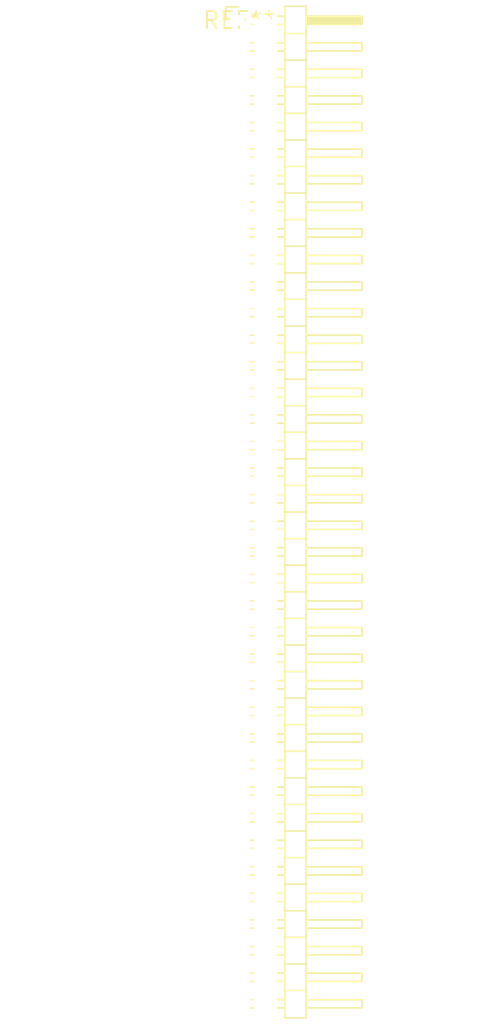
<source format=kicad_pcb>
(kicad_pcb (version 20240108) (generator pcbnew)
  (layers (0 "F.Cu" signal) (31 "B.Cu" signal) (34 "B.Paste" user) (35 "F.Paste" user) (36 "B.SilkS" user "B.Silkscreen") (37 "F.SilkS" user "F.Silkscreen") (38 "B.Mask" user) (39 "F.Mask" user) (44 "Edge.Cuts" user))
  (net 0 "")
  (footprint "PinHeader_2x38_P2.00mm_Horizontal" (layer "F.Cu") (at 0 0)
    (property "Reference" "REF**")
    (property "Value" "PinHeader_2x38_P2.00mm_Horizontal")
    (fp_line (start -1 -1) (end 0 -1) (layer "F.SilkS") (stroke (width 0.12)))
    (fp_line (start -1 0) (end -1 -1) (layer "F.SilkS") (stroke (width 0.12)))
    (fp_line (start 0.882114 1.69) (end 1.117886 1.69) (layer "F.SilkS") (stroke (width 0.12)))
    (fp_line (start 0.882114 2.31) (end 1.117886 2.31) (layer "F.SilkS") (stroke (width 0.12)))
    (fp_line (start 0.882114 3.69) (end 1.117886 3.69) (layer "F.SilkS") (stroke (width 0.12)))
    (fp_line (start 0.882114 4.31) (end 1.117886 4.31) (layer "F.SilkS") (stroke (width 0.12)))
    (fp_line (start 0.882114 5.69) (end 1.117886 5.69) (layer "F.SilkS") (stroke (width 0.12)))
    (fp_line (start 0.882114 6.31) (end 1.117886 6.31) (layer "F.SilkS") (stroke (width 0.12)))
    (fp_line (start 0.882114 7.69) (end 1.117886 7.69) (layer "F.SilkS") (stroke (width 0.12)))
    (fp_line (start 0.882114 8.31) (end 1.117886 8.31) (layer "F.SilkS") (stroke (width 0.12)))
    (fp_line (start 0.882114 9.69) (end 1.117886 9.69) (layer "F.SilkS") (stroke (width 0.12)))
    (fp_line (start 0.882114 10.31) (end 1.117886 10.31) (layer "F.SilkS") (stroke (width 0.12)))
    (fp_line (start 0.882114 11.69) (end 1.117886 11.69) (layer "F.SilkS") (stroke (width 0.12)))
    (fp_line (start 0.882114 12.31) (end 1.117886 12.31) (layer "F.SilkS") (stroke (width 0.12)))
    (fp_line (start 0.882114 13.69) (end 1.117886 13.69) (layer "F.SilkS") (stroke (width 0.12)))
    (fp_line (start 0.882114 14.31) (end 1.117886 14.31) (layer "F.SilkS") (stroke (width 0.12)))
    (fp_line (start 0.882114 15.69) (end 1.117886 15.69) (layer "F.SilkS") (stroke (width 0.12)))
    (fp_line (start 0.882114 16.31) (end 1.117886 16.31) (layer "F.SilkS") (stroke (width 0.12)))
    (fp_line (start 0.882114 17.69) (end 1.117886 17.69) (layer "F.SilkS") (stroke (width 0.12)))
    (fp_line (start 0.882114 18.31) (end 1.117886 18.31) (layer "F.SilkS") (stroke (width 0.12)))
    (fp_line (start 0.882114 19.69) (end 1.117886 19.69) (layer "F.SilkS") (stroke (width 0.12)))
    (fp_line (start 0.882114 20.31) (end 1.117886 20.31) (layer "F.SilkS") (stroke (width 0.12)))
    (fp_line (start 0.882114 21.69) (end 1.117886 21.69) (layer "F.SilkS") (stroke (width 0.12)))
    (fp_line (start 0.882114 22.31) (end 1.117886 22.31) (layer "F.SilkS") (stroke (width 0.12)))
    (fp_line (start 0.882114 23.69) (end 1.117886 23.69) (layer "F.SilkS") (stroke (width 0.12)))
    (fp_line (start 0.882114 24.31) (end 1.117886 24.31) (layer "F.SilkS") (stroke (width 0.12)))
    (fp_line (start 0.882114 25.69) (end 1.117886 25.69) (layer "F.SilkS") (stroke (width 0.12)))
    (fp_line (start 0.882114 26.31) (end 1.117886 26.31) (layer "F.SilkS") (stroke (width 0.12)))
    (fp_line (start 0.882114 27.69) (end 1.117886 27.69) (layer "F.SilkS") (stroke (width 0.12)))
    (fp_line (start 0.882114 28.31) (end 1.117886 28.31) (layer "F.SilkS") (stroke (width 0.12)))
    (fp_line (start 0.882114 29.69) (end 1.117886 29.69) (layer "F.SilkS") (stroke (width 0.12)))
    (fp_line (start 0.882114 30.31) (end 1.117886 30.31) (layer "F.SilkS") (stroke (width 0.12)))
    (fp_line (start 0.882114 31.69) (end 1.117886 31.69) (layer "F.SilkS") (stroke (width 0.12)))
    (fp_line (start 0.882114 32.31) (end 1.117886 32.31) (layer "F.SilkS") (stroke (width 0.12)))
    (fp_line (start 0.882114 33.69) (end 1.117886 33.69) (layer "F.SilkS") (stroke (width 0.12)))
    (fp_line (start 0.882114 34.31) (end 1.117886 34.31) (layer "F.SilkS") (stroke (width 0.12)))
    (fp_line (start 0.882114 35.69) (end 1.117886 35.69) (layer "F.SilkS") (stroke (width 0.12)))
    (fp_line (start 0.882114 36.31) (end 1.117886 36.31) (layer "F.SilkS") (stroke (width 0.12)))
    (fp_line (start 0.882114 37.69) (end 1.117886 37.69) (layer "F.SilkS") (stroke (width 0.12)))
    (fp_line (start 0.882114 38.31) (end 1.117886 38.31) (layer "F.SilkS") (stroke (width 0.12)))
    (fp_line (start 0.882114 39.69) (end 1.117886 39.69) (layer "F.SilkS") (stroke (width 0.12)))
    (fp_line (start 0.882114 40.31) (end 1.117886 40.31) (layer "F.SilkS") (stroke (width 0.12)))
    (fp_line (start 0.882114 41.69) (end 1.117886 41.69) (layer "F.SilkS") (stroke (width 0.12)))
    (fp_line (start 0.882114 42.31) (end 1.117886 42.31) (layer "F.SilkS") (stroke (width 0.12)))
    (fp_line (start 0.882114 43.69) (end 1.117886 43.69) (layer "F.SilkS") (stroke (width 0.12)))
    (fp_line (start 0.882114 44.31) (end 1.117886 44.31) (layer "F.SilkS") (stroke (width 0.12)))
    (fp_line (start 0.882114 45.69) (end 1.117886 45.69) (layer "F.SilkS") (stroke (width 0.12)))
    (fp_line (start 0.882114 46.31) (end 1.117886 46.31) (layer "F.SilkS") (stroke (width 0.12)))
    (fp_line (start 0.882114 47.69) (end 1.117886 47.69) (layer "F.SilkS") (stroke (width 0.12)))
    (fp_line (start 0.882114 48.31) (end 1.117886 48.31) (layer "F.SilkS") (stroke (width 0.12)))
    (fp_line (start 0.882114 49.69) (end 1.117886 49.69) (layer "F.SilkS") (stroke (width 0.12)))
    (fp_line (start 0.882114 50.31) (end 1.117886 50.31) (layer "F.SilkS") (stroke (width 0.12)))
    (fp_line (start 0.882114 51.69) (end 1.117886 51.69) (layer "F.SilkS") (stroke (width 0.12)))
    (fp_line (start 0.882114 52.31) (end 1.117886 52.31) (layer "F.SilkS") (stroke (width 0.12)))
    (fp_line (start 0.882114 53.69) (end 1.117886 53.69) (layer "F.SilkS") (stroke (width 0.12)))
    (fp_line (start 0.882114 54.31) (end 1.117886 54.31) (layer "F.SilkS") (stroke (width 0.12)))
    (fp_line (start 0.882114 55.69) (end 1.117886 55.69) (layer "F.SilkS") (stroke (width 0.12)))
    (fp_line (start 0.882114 56.31) (end 1.117886 56.31) (layer "F.SilkS") (stroke (width 0.12)))
    (fp_line (start 0.882114 57.69) (end 1.117886 57.69) (layer "F.SilkS") (stroke (width 0.12)))
    (fp_line (start 0.882114 58.31) (end 1.117886 58.31) (layer "F.SilkS") (stroke (width 0.12)))
    (fp_line (start 0.882114 59.69) (end 1.117886 59.69) (layer "F.SilkS") (stroke (width 0.12)))
    (fp_line (start 0.882114 60.31) (end 1.117886 60.31) (layer "F.SilkS") (stroke (width 0.12)))
    (fp_line (start 0.882114 61.69) (end 1.117886 61.69) (layer "F.SilkS") (stroke (width 0.12)))
    (fp_line (start 0.882114 62.31) (end 1.117886 62.31) (layer "F.SilkS") (stroke (width 0.12)))
    (fp_line (start 0.882114 63.69) (end 1.117886 63.69) (layer "F.SilkS") (stroke (width 0.12)))
    (fp_line (start 0.882114 64.31) (end 1.117886 64.31) (layer "F.SilkS") (stroke (width 0.12)))
    (fp_line (start 0.882114 65.69) (end 1.117886 65.69) (layer "F.SilkS") (stroke (width 0.12)))
    (fp_line (start 0.882114 66.31) (end 1.117886 66.31) (layer "F.SilkS") (stroke (width 0.12)))
    (fp_line (start 0.882114 67.69) (end 1.117886 67.69) (layer "F.SilkS") (stroke (width 0.12)))
    (fp_line (start 0.882114 68.31) (end 1.117886 68.31) (layer "F.SilkS") (stroke (width 0.12)))
    (fp_line (start 0.882114 69.69) (end 1.117886 69.69) (layer "F.SilkS") (stroke (width 0.12)))
    (fp_line (start 0.882114 70.31) (end 1.117886 70.31) (layer "F.SilkS") (stroke (width 0.12)))
    (fp_line (start 0.882114 71.69) (end 1.117886 71.69) (layer "F.SilkS") (stroke (width 0.12)))
    (fp_line (start 0.882114 72.31) (end 1.117886 72.31) (layer "F.SilkS") (stroke (width 0.12)))
    (fp_line (start 0.882114 73.69) (end 1.117886 73.69) (layer "F.SilkS") (stroke (width 0.12)))
    (fp_line (start 0.882114 74.31) (end 1.117886 74.31) (layer "F.SilkS") (stroke (width 0.12)))
    (fp_line (start 0.935 -0.31) (end 1.117886 -0.31) (layer "F.SilkS") (stroke (width 0.12)))
    (fp_line (start 0.935 0.31) (end 1.117886 0.31) (layer "F.SilkS") (stroke (width 0.12)))
    (fp_line (start 2.882114 -0.31) (end 3.44 -0.31) (layer "F.SilkS") (stroke (width 0.12)))
    (fp_line (start 2.882114 0.31) (end 3.44 0.31) (layer "F.SilkS") (stroke (width 0.12)))
    (fp_line (start 2.882114 1.69) (end 3.44 1.69) (layer "F.SilkS") (stroke (width 0.12)))
    (fp_line (start 2.882114 2.31) (end 3.44 2.31) (layer "F.SilkS") (stroke (width 0.12)))
    (fp_line (start 2.882114 3.69) (end 3.44 3.69) (layer "F.SilkS") (stroke (width 0.12)))
    (fp_line (start 2.882114 4.31) (end 3.44 4.31) (layer "F.SilkS") (stroke (width 0.12)))
    (fp_line (start 2.882114 5.69) (end 3.44 5.69) (layer "F.SilkS") (stroke (width 0.12)))
    (fp_line (start 2.882114 6.31) (end 3.44 6.31) (layer "F.SilkS") (stroke (width 0.12)))
    (fp_line (start 2.882114 7.69) (end 3.44 7.69) (layer "F.SilkS") (stroke (width 0.12)))
    (fp_line (start 2.882114 8.31) (end 3.44 8.31) (layer "F.SilkS") (stroke (width 0.12)))
    (fp_line (start 2.882114 9.69) (end 3.44 9.69) (layer "F.SilkS") (stroke (width 0.12)))
    (fp_line (start 2.882114 10.31) (end 3.44 10.31) (layer "F.SilkS") (stroke (width 0.12)))
    (fp_line (start 2.882114 11.69) (end 3.44 11.69) (layer "F.SilkS") (stroke (width 0.12)))
    (fp_line (start 2.882114 12.31) (end 3.44 12.31) (layer "F.SilkS") (stroke (width 0.12)))
    (fp_line (start 2.882114 13.69) (end 3.44 13.69) (layer "F.SilkS") (stroke (width 0.12)))
    (fp_line (start 2.882114 14.31) (end 3.44 14.31) (layer "F.SilkS") (stroke (width 0.12)))
    (fp_line (start 2.882114 15.69) (end 3.44 15.69) (layer "F.SilkS") (stroke (width 0.12)))
    (fp_line (start 2.882114 16.31) (end 3.44 16.31) (layer "F.SilkS") (stroke (width 0.12)))
    (fp_line (start 2.882114 17.69) (end 3.44 17.69) (layer "F.SilkS") (stroke (width 0.12)))
    (fp_line (start 2.882114 18.31) (end 3.44 18.31) (layer "F.SilkS") (stroke (width 0.12)))
    (fp_line (start 2.882114 19.69) (end 3.44 19.69) (layer "F.SilkS") (stroke (width 0.12)))
    (fp_line (start 2.882114 20.31) (end 3.44 20.31) (layer "F.SilkS") (stroke (width 0.12)))
    (fp_line (start 2.882114 21.69) (end 3.44 21.69) (layer "F.SilkS") (stroke (width 0.12)))
    (fp_line (start 2.882114 22.31) (end 3.44 22.31) (layer "F.SilkS") (stroke (width 0.12)))
    (fp_line (start 2.882114 23.69) (end 3.44 23.69) (layer "F.SilkS") (stroke (width 0.12)))
    (fp_line (start 2.882114 24.31) (end 3.44 24.31) (layer "F.SilkS") (stroke (width 0.12)))
    (fp_line (start 2.882114 25.69) (end 3.44 25.69) (layer "F.SilkS") (stroke (width 0.12)))
    (fp_line (start 2.882114 26.31) (end 3.44 26.31) (layer "F.SilkS") (stroke (width 0.12)))
    (fp_line (start 2.882114 27.69) (end 3.44 27.69) (layer "F.SilkS") (stroke (width 0.12)))
    (fp_line (start 2.882114 28.31) (end 3.44 28.31) (layer "F.SilkS") (stroke (width 0.12)))
    (fp_line (start 2.882114 29.69) (end 3.44 29.69) (layer "F.SilkS") (stroke (width 0.12)))
    (fp_line (start 2.882114 30.31) (end 3.44 30.31) (layer "F.SilkS") (stroke (width 0.12)))
    (fp_line (start 2.882114 31.69) (end 3.44 31.69) (layer "F.SilkS") (stroke (width 0.12)))
    (fp_line (start 2.882114 32.31) (end 3.44 32.31) (layer "F.SilkS") (stroke (width 0.12)))
    (fp_line (start 2.882114 33.69) (end 3.44 33.69) (layer "F.SilkS") (stroke (width 0.12)))
    (fp_line (start 2.882114 34.31) (end 3.44 34.31) (layer "F.SilkS") (stroke (width 0.12)))
    (fp_line (start 2.882114 35.69) (end 3.44 35.69) (layer "F.SilkS") (stroke (width 0.12)))
    (fp_line (start 2.882114 36.31) (end 3.44 36.31) (layer "F.SilkS") (stroke (width 0.12)))
    (fp_line (start 2.882114 37.69) (end 3.44 37.69) (layer "F.SilkS") (stroke (width 0.12)))
    (fp_line (start 2.882114 38.31) (end 3.44 38.31) (layer "F.SilkS") (stroke (width 0.12)))
    (fp_line (start 2.882114 39.69) (end 3.44 39.69) (layer "F.SilkS") (stroke (width 0.12)))
    (fp_line (start 2.882114 40.31) (end 3.44 40.31) (layer "F.SilkS") (stroke (width 0.12)))
    (fp_line (start 2.882114 41.69) (end 3.44 41.69) (layer "F.SilkS") (stroke (width 0.12)))
    (fp_line (start 2.882114 42.31) (end 3.44 42.31) (layer "F.SilkS") (stroke (width 0.12)))
    (fp_line (start 2.882114 43.69) (end 3.44 43.69) (layer "F.SilkS") (stroke (width 0.12)))
    (fp_line (start 2.882114 44.31) (end 3.44 44.31) (layer "F.SilkS") (stroke (width 0.12)))
    (fp_line (start 2.882114 45.69) (end 3.44 45.69) (layer "F.SilkS") (stroke (width 0.12)))
    (fp_line (start 2.882114 46.31) (end 3.44 46.31) (layer "F.SilkS") (stroke (width 0.12)))
    (fp_line (start 2.882114 47.69) (end 3.44 47.69) (layer "F.SilkS") (stroke (width 0.12)))
    (fp_line (start 2.882114 48.31) (end 3.44 48.31) (layer "F.SilkS") (stroke (width 0.12)))
    (fp_line (start 2.882114 49.69) (end 3.44 49.69) (layer "F.SilkS") (stroke (width 0.12)))
    (fp_line (start 2.882114 50.31) (end 3.44 50.31) (layer "F.SilkS") (stroke (width 0.12)))
    (fp_line (start 2.882114 51.69) (end 3.44 51.69) (layer "F.SilkS") (stroke (width 0.12)))
    (fp_line (start 2.882114 52.31) (end 3.44 52.31) (layer "F.SilkS") (stroke (width 0.12)))
    (fp_line (start 2.882114 53.69) (end 3.44 53.69) (layer "F.SilkS") (stroke (width 0.12)))
    (fp_line (start 2.882114 54.31) (end 3.44 54.31) (layer "F.SilkS") (stroke (width 0.12)))
    (fp_line (start 2.882114 55.69) (end 3.44 55.69) (layer "F.SilkS") (stroke (width 0.12)))
    (fp_line (start 2.882114 56.31) (end 3.44 56.31) (layer "F.SilkS") (stroke (width 0.12)))
    (fp_line (start 2.882114 57.69) (end 3.44 57.69) (layer "F.SilkS") (stroke (width 0.12)))
    (fp_line (start 2.882114 58.31) (end 3.44 58.31) (layer "F.SilkS") (stroke (width 0.12)))
    (fp_line (start 2.882114 59.69) (end 3.44 59.69) (layer "F.SilkS") (stroke (width 0.12)))
    (fp_line (start 2.882114 60.31) (end 3.44 60.31) (layer "F.SilkS") (stroke (width 0.12)))
    (fp_line (start 2.882114 61.69) (end 3.44 61.69) (layer "F.SilkS") (stroke (width 0.12)))
    (fp_line (start 2.882114 62.31) (end 3.44 62.31) (layer "F.SilkS") (stroke (width 0.12)))
    (fp_line (start 2.882114 63.69) (end 3.44 63.69) (layer "F.SilkS") (stroke (width 0.12)))
    (fp_line (start 2.882114 64.31) (end 3.44 64.31) (layer "F.SilkS") (stroke (width 0.12)))
    (fp_line (start 2.882114 65.69) (end 3.44 65.69) (layer "F.SilkS") (stroke (width 0.12)))
    (fp_line (start 2.882114 66.31) (end 3.44 66.31) (layer "F.SilkS") (stroke (width 0.12)))
    (fp_line (start 2.882114 67.69) (end 3.44 67.69) (layer "F.SilkS") (stroke (width 0.12)))
    (fp_line (start 2.882114 68.31) (end 3.44 68.31) (layer "F.SilkS") (stroke (width 0.12)))
    (fp_line (start 2.882114 69.69) (end 3.44 69.69) (layer "F.SilkS") (stroke (width 0.12)))
    (fp_line (start 2.882114 70.31) (end 3.44 70.31) (layer "F.SilkS") (stroke (width 0.12)))
    (fp_line (start 2.882114 71.69) (end 3.44 71.69) (layer "F.SilkS") (stroke (width 0.12)))
    (fp_line (start 2.882114 72.31) (end 3.44 72.31) (layer "F.SilkS") (stroke (width 0.12)))
    (fp_line (start 2.882114 73.69) (end 3.44 73.69) (layer "F.SilkS") (stroke (width 0.12)))
    (fp_line (start 2.882114 74.31) (end 3.44 74.31) (layer "F.SilkS") (stroke (width 0.12)))
    (fp_line (start 3.44 -1.06) (end 3.44 75.06) (layer "F.SilkS") (stroke (width 0.12)))
    (fp_line (start 3.44 1) (end 5.06 1) (layer "F.SilkS") (stroke (width 0.12)))
    (fp_line (start 3.44 3) (end 5.06 3) (layer "F.SilkS") (stroke (width 0.12)))
    (fp_line (start 3.44 5) (end 5.06 5) (layer "F.SilkS") (stroke (width 0.12)))
    (fp_line (start 3.44 7) (end 5.06 7) (layer "F.SilkS") (stroke (width 0.12)))
    (fp_line (start 3.44 9) (end 5.06 9) (layer "F.SilkS") (stroke (width 0.12)))
    (fp_line (start 3.44 11) (end 5.06 11) (layer "F.SilkS") (stroke (width 0.12)))
    (fp_line (start 3.44 13) (end 5.06 13) (layer "F.SilkS") (stroke (width 0.12)))
    (fp_line (start 3.44 15) (end 5.06 15) (layer "F.SilkS") (stroke (width 0.12)))
    (fp_line (start 3.44 17) (end 5.06 17) (layer "F.SilkS") (stroke (width 0.12)))
    (fp_line (start 3.44 19) (end 5.06 19) (layer "F.SilkS") (stroke (width 0.12)))
    (fp_line (start 3.44 21) (end 5.06 21) (layer "F.SilkS") (stroke (width 0.12)))
    (fp_line (start 3.44 23) (end 5.06 23) (layer "F.SilkS") (stroke (width 0.12)))
    (fp_line (start 3.44 25) (end 5.06 25) (layer "F.SilkS") (stroke (width 0.12)))
    (fp_line (start 3.44 27) (end 5.06 27) (layer "F.SilkS") (stroke (width 0.12)))
    (fp_line (start 3.44 29) (end 5.06 29) (layer "F.SilkS") (stroke (width 0.12)))
    (fp_line (start 3.44 31) (end 5.06 31) (layer "F.SilkS") (stroke (width 0.12)))
    (fp_line (start 3.44 33) (end 5.06 33) (layer "F.SilkS") (stroke (width 0.12)))
    (fp_line (start 3.44 35) (end 5.06 35) (layer "F.SilkS") (stroke (width 0.12)))
    (fp_line (start 3.44 37) (end 5.06 37) (layer "F.SilkS") (stroke (width 0.12)))
    (fp_line (start 3.44 39) (end 5.06 39) (layer "F.SilkS") (stroke (width 0.12)))
    (fp_line (start 3.44 41) (end 5.06 41) (layer "F.SilkS") (stroke (width 0.12)))
    (fp_line (start 3.44 43) (end 5.06 43) (layer "F.SilkS") (stroke (width 0.12)))
    (fp_line (start 3.44 45) (end 5.06 45) (layer "F.SilkS") (stroke (width 0.12)))
    (fp_line (start 3.44 47) (end 5.06 47) (layer "F.SilkS") (stroke (width 0.12)))
    (fp_line (start 3.44 49) (end 5.06 49) (layer "F.SilkS") (stroke (width 0.12)))
    (fp_line (start 3.44 51) (end 5.06 51) (layer "F.SilkS") (stroke (width 0.12)))
    (fp_line (start 3.44 53) (end 5.06 53) (layer "F.SilkS") (stroke (width 0.12)))
    (fp_line (start 3.44 55) (end 5.06 55) (layer "F.SilkS") (stroke (width 0.12)))
    (fp_line (start 3.44 57) (end 5.06 57) (layer "F.SilkS") (stroke (width 0.12)))
    (fp_line (start 3.44 59) (end 5.06 59) (layer "F.SilkS") (stroke (width 0.12)))
    (fp_line (start 3.44 61) (end 5.06 61) (layer "F.SilkS") (stroke (width 0.12)))
    (fp_line (start 3.44 63) (end 5.06 63) (layer "F.SilkS") (stroke (width 0.12)))
    (fp_line (start 3.44 65) (end 5.06 65) (layer "F.SilkS") (stroke (width 0.12)))
    (fp_line (start 3.44 67) (end 5.06 67) (layer "F.SilkS") (stroke (width 0.12)))
    (fp_line (start 3.44 69) (end 5.06 69) (layer "F.SilkS") (stroke (width 0.12)))
    (fp_line (start 3.44 71) (end 5.06 71) (layer "F.SilkS") (stroke (width 0.12)))
    (fp_line (start 3.44 73) (end 5.06 73) (layer "F.SilkS") (stroke (width 0.12)))
    (fp_line (start 3.44 75.06) (end 5.06 75.06) (layer "F.SilkS") (stroke (width 0.12)))
    (fp_line (start 5.06 -1.06) (end 3.44 -1.06) (layer "F.SilkS") (stroke (width 0.12)))
    (fp_line (start 5.06 -0.31) (end 9.26 -0.31) (layer "F.SilkS") (stroke (width 0.12)))
    (fp_line (start 5.06 -0.25) (end 9.26 -0.25) (layer "F.SilkS") (stroke (width 0.12)))
    (fp_line (start 5.06 -0.13) (end 9.26 -0.13) (layer "F.SilkS") (stroke (width 0.12)))
    (fp_line (start 5.06 -0.01) (end 9.26 -0.01) (layer "F.SilkS") (stroke (width 0.12)))
    (fp_line (start 5.06 0.11) (end 9.26 0.11) (layer "F.SilkS") (stroke (width 0.12)))
    (fp_line (start 5.06 0.23) (end 9.26 0.23) (layer "F.SilkS") (stroke (width 0.12)))
    (fp_line (start 5.06 1.69) (end 9.26 1.69) (layer "F.SilkS") (stroke (width 0.12)))
    (fp_line (start 5.06 3.69) (end 9.26 3.69) (layer "F.SilkS") (stroke (width 0.12)))
    (fp_line (start 5.06 5.69) (end 9.26 5.69) (layer "F.SilkS") (stroke (width 0.12)))
    (fp_line (start 5.06 7.69) (end 9.26 7.69) (layer "F.SilkS") (stroke (width 0.12)))
    (fp_line (start 5.06 9.69) (end 9.26 9.69) (layer "F.SilkS") (stroke (width 0.12)))
    (fp_line (start 5.06 11.69) (end 9.26 11.69) (layer "F.SilkS") (stroke (width 0.12)))
    (fp_line (start 5.06 13.69) (end 9.26 13.69) (layer "F.SilkS") (stroke (width 0.12)))
    (fp_line (start 5.06 15.69) (end 9.26 15.69) (layer "F.SilkS") (stroke (width 0.12)))
    (fp_line (start 5.06 17.69) (end 9.26 17.69) (layer "F.SilkS") (stroke (width 0.12)))
    (fp_line (start 5.06 19.69) (end 9.26 19.69) (layer "F.SilkS") (stroke (width 0.12)))
    (fp_line (start 5.06 21.69) (end 9.26 21.69) (layer "F.SilkS") (stroke (width 0.12)))
    (fp_line (start 5.06 23.69) (end 9.26 23.69) (layer "F.SilkS") (stroke (width 0.12)))
    (fp_line (start 5.06 25.69) (end 9.26 25.69) (layer "F.SilkS") (stroke (width 0.12)))
    (fp_line (start 5.06 27.69) (end 9.26 27.69) (layer "F.SilkS") (stroke (width 0.12)))
    (fp_line (start 5.06 29.69) (end 9.26 29.69) (layer "F.SilkS") (stroke (width 0.12)))
    (fp_line (start 5.06 31.69) (end 9.26 31.69) (layer "F.SilkS") (stroke (width 0.12)))
    (fp_line (start 5.06 33.69) (end 9.26 33.69) (layer "F.SilkS") (stroke (width 0.12)))
    (fp_line (start 5.06 35.69) (end 9.26 35.69) (layer "F.SilkS") (stroke (width 0.12)))
    (fp_line (start 5.06 37.69) (end 9.26 37.69) (layer "F.SilkS") (stroke (width 0.12)))
    (fp_line (start 5.06 39.69) (end 9.26 39.69) (layer "F.SilkS") (stroke (width 0.12)))
    (fp_line (start 5.06 41.69) (end 9.26 41.69) (layer "F.SilkS") (stroke (width 0.12)))
    (fp_line (start 5.06 43.69) (end 9.26 43.69) (layer "F.SilkS") (stroke (width 0.12)))
    (fp_line (start 5.06 45.69) (end 9.26 45.69) (layer "F.SilkS") (stroke (width 0.12)))
    (fp_line (start 5.06 47.69) (end 9.26 47.69) (layer "F.SilkS") (stroke (width 0.12)))
    (fp_line (start 5.06 49.69) (end 9.26 49.69) (layer "F.SilkS") (stroke (width 0.12)))
    (fp_line (start 5.06 51.69) (end 9.26 51.69) (layer "F.SilkS") (stroke (width 0.12)))
    (fp_line (start 5.06 53.69) (end 9.26 53.69) (layer "F.SilkS") (stroke (width 0.12)))
    (fp_line (start 5.06 55.69) (end 9.26 55.69) (layer "F.SilkS") (stroke (width 0.12)))
    (fp_line (start 5.06 57.69) (end 9.26 57.69) (layer "F.SilkS") (stroke (width 0.12)))
    (fp_line (start 5.06 59.69) (end 9.26 59.69) (layer "F.SilkS") (stroke (width 0.12)))
    (fp_line (start 5.06 61.69) (end 9.26 61.69) (layer "F.SilkS") (stroke (width 0.12)))
    (fp_line (start 5.06 63.69) (end 9.26 63.69) (layer "F.SilkS") (stroke (width 0.12)))
    (fp_line (start 5.06 65.69) (end 9.26 65.69) (layer "F.SilkS") (stroke (width 0.12)))
    (fp_line (start 5.06 67.69) (end 9.26 67.69) (layer "F.SilkS") (stroke (width 0.12)))
    (fp_line (start 5.06 69.69) (end 9.26 69.69) (layer "F.SilkS") (stroke (width 0.12)))
    (fp_line (start 5.06 71.69) (end 9.26 71.69) (layer "F.SilkS") (stroke (width 0.12)))
    (fp_line (start 5.06 73.69) (end 9.26 73.69) (layer "F.SilkS") (stroke (width 0.12)))
    (fp_line (start 5.06 75.06) (end 5.06 -1.06) (layer "F.SilkS") (stroke (width 0.12)))
    (fp_line (start 9.26 -0.31) (end 9.26 0.31) (layer "F.SilkS") (stroke (width 0.12)))
    (fp_line (start 9.26 0.31) (end 5.06 0.31) (layer "F.SilkS") (stroke (width 0.12)))
    (fp_line (start 9.26 1.69) (end 9.26 2.31) (layer "F.SilkS") (stroke (width 0.12)))
    (fp_line (start 9.26 2.31) (end 5.06 2.31) (layer "F.SilkS") (stroke (width 0.12)))
    (fp_line (start 9.26 3.69) (end 9.26 4.31) (layer "F.SilkS") (stroke (width 0.12)))
    (fp_line (start 9.26 4.31) (end 5.06 4.31) (layer "F.SilkS") (stroke (width 0.12)))
    (fp_line (start 9.26 5.69) (end 9.26 6.31) (layer "F.SilkS") (stroke (width 0.12)))
    (fp_line (start 9.26 6.31) (end 5.06 6.31) (layer "F.SilkS") (stroke (width 0.12)))
    (fp_line (start 9.26 7.69) (end 9.26 8.31) (layer "F.SilkS") (stroke (width 0.12)))
    (fp_line (start 9.26 8.31) (end 5.06 8.31) (layer "F.SilkS") (stroke (width 0.12)))
    (fp_line (start 9.26 9.69) (end 9.26 10.31) (layer "F.SilkS") (stroke (width 0.12)))
    (fp_line (start 9.26 10.31) (end 5.06 10.31) (layer "F.SilkS") (stroke (width 0.12)))
    (fp_line (start 9.26 11.69) (end 9.26 12.31) (layer "F.SilkS") (stroke (width 0.12)))
    (fp_line (start 9.26 12.31) (end 5.06 12.31) (layer "F.SilkS") (stroke (width 0.12)))
    (fp_line (start 9.26 13.69) (end 9.26 14.31) (layer "F.SilkS") (stroke (width 0.12)))
    (fp_line (start 9.26 14.31) (end 5.06 14.31) (layer "F.SilkS") (stroke (width 0.12)))
    (fp_line (start 9.26 15.69) (end 9.26 16.31) (layer "F.SilkS") (stroke (width 0.12)))
    (fp_line (start 9.26 16.31) (end 5.06 16.31) (layer "F.SilkS") (stroke (width 0.12)))
    (fp_line (start 9.26 17.69) (end 9.26 18.31) (layer "F.SilkS") (stroke (width 0.12)))
    (fp_line (start 9.26 18.31) (end 5.06 18.31) (layer "F.SilkS") (stroke (width 0.12)))
    (fp_line (start 9.26 19.69) (end 9.26 20.31) (layer "F.SilkS") (stroke (width 0.12)))
    (fp_line (start 9.26 20.31) (end 5.06 20.31) (layer "F.SilkS") (stroke (width 0.12)))
    (fp_line (start 9.26 21.69) (end 9.26 22.31) (layer "F.SilkS") (stroke (width 0.12)))
    (fp_line (start 9.26 22.31) (end 5.06 22.31) (layer "F.SilkS") (stroke (width 0.12)))
    (fp_line (start 9.26 23.69) (end 9.26 24.31) (layer "F.SilkS") (stroke (width 0.12)))
    (fp_line (start 9.26 24.31) (end 5.06 24.31) (layer "F.SilkS") (stroke (width 0.12)))
    (fp_line (start 9.26 25.69) (end 9.26 26.31) (layer "F.SilkS") (stroke (width 0.12)))
    (fp_line (start 9.26 26.31) (end 5.06 26.31) (layer "F.SilkS") (stroke (width 0.12)))
    (fp_line (start 9.26 27.69) (end 9.26 28.31) (layer "F.SilkS") (stroke (width 0.12)))
    (fp_line (start 9.26 28.31) (end 5.06 28.31) (layer "F.SilkS") (stroke (width 0.12)))
    (fp_line (start 9.26 29.69) (end 9.26 30.31) (layer "F.SilkS") (stroke (width 0.12)))
    (fp_line (start 9.26 30.31) (end 5.06 30.31) (layer "F.SilkS") (stroke (width 0.12)))
    (fp_line (start 9.26 31.69) (end 9.26 32.31) (layer "F.SilkS") (stroke (width 0.12)))
    (fp_line (start 9.26 32.31) (end 5.06 32.31) (layer "F.SilkS") (stroke (width 0.12)))
    (fp_line (start 9.26 33.69) (end 9.26 34.31) (layer "F.SilkS") (stroke (width 0.12)))
    (fp_line (start 9.26 34.31) (end 5.06 34.31) (layer "F.SilkS") (stroke (width 0.12)))
    (fp_line (start 9.26 35.69) (end 9.26 36.31) (layer "F.SilkS") (stroke (width 0.12)))
    (fp_line (start 9.26 36.31) (end 5.06 36.31) (layer "F.SilkS") (stroke (width 0.12)))
    (fp_line (start 9.26 37.69) (end 9.26 38.31) (layer "F.SilkS") (stroke (width 0.12)))
    (fp_line (start 9.26 38.31) (end 5.06 38.31) (layer "F.SilkS") (stroke (width 0.12)))
    (fp_line (start 9.26 39.69) (end 9.26 40.31) (layer "F.SilkS") (stroke (width 0.12)))
    (fp_line (start 9.26 40.31) (end 5.06 40.31) (layer "F.SilkS") (stroke (width 0.12)))
    (fp_line (start 9.26 41.69) (end 9.26 42.31) (layer "F.SilkS") (stroke (width 0.12)))
    (fp_line (start 9.26 42.31) (end 5.06 42.31) (layer "F.SilkS") (stroke (width 0.12)))
    (fp_line (start 9.26 43.69) (end 9.26 44.31) (layer "F.SilkS") (stroke (width 0.12)))
    (fp_line (start 9.26 44.31) (end 5.06 44.31) (layer "F.SilkS") (stroke (width 0.12)))
    (fp_line (start 9.26 45.69) (end 9.26 46.31) (layer "F.SilkS") (stroke (width 0.12)))
    (fp_line (start 9.26 46.31) (end 5.06 46.31) (layer "F.SilkS") (stroke (width 0.12)))
    (fp_line (start 9.26 47.69) (end 9.26 48.31) (layer "F.SilkS") (stroke (width 0.12)))
    (fp_line (start 9.26 48.31) (end 5.06 48.31) (layer "F.SilkS") (stroke (width 0.12)))
    (fp_line (start 9.26 49.69) (end 9.26 50.31) (layer "F.SilkS") (stroke (width 0.12)))
    (fp_line (start 9.26 50.31) (end 5.06 50.31) (layer "F.SilkS") (stroke (width 0.12)))
    (fp_line (start 9.26 51.69) (end 9.26 52.31) (layer "F.SilkS") (stroke (width 0.12)))
    (fp_line (start 9.26 52.31) (end 5.06 52.31) (layer "F.SilkS") (stroke (width 0.12)))
    (fp_line (start 9.26 53.69) (end 9.26 54.31) (layer "F.SilkS") (stroke (width 0.12)))
    (fp_line (start 9.26 54.31) (end 5.06 54.31) (layer "F.SilkS") (stroke (width 0.12)))
    (fp_line (start 9.26 55.69) (end 9.26 56.31) (layer "F.SilkS") (stroke (width 0.12)))
    (fp_line (start 9.26 56.31) (end 5.06 56.31) (layer "F.SilkS") (stroke (width 0.12)))
    (fp_line (start 9.26 57.69) (end 9.26 58.31) (layer "F.SilkS") (stroke (width 0.12)))
    (fp_line (start 9.26 58.31) (end 5.06 58.31) (layer "F.SilkS") (stroke (width 0.12)))
    (fp_line (start 9.26 59.69) (end 9.26 60.31) (layer "F.SilkS") (stroke (width 0.12)))
    (fp_line (start 9.26 60.31) (end 5.06 60.31) (layer "F.SilkS") (stroke (width 0.12)))
    (fp_line (start 9.26 61.69) (end 9.26 62.31) (layer "F.SilkS") (stroke (width 0.12)))
    (fp_line (start 9.26 62.31) (end 5.06 62.31) (layer "F.SilkS") (stroke (width 0.12)))
    (fp_line (start 9.26 63.69) (end 9.26 64.31) (layer "F.SilkS") (stroke (width 0.12)))
    (fp_line (start 9.26 64.31) (end 5.06 64.31) (layer "F.SilkS") (stroke (width 0.12)))
    (fp_line (start 9.26 65.69) (end 9.26 66.31) (layer "F.SilkS") (stroke (width 0.12)))
    (fp_line (start 9.26 66.31) (end 5.06 66.31) (layer "F.SilkS") (stroke (width 0.12)))
    (fp_line (start 9.26 67.69) (end 9.26 68.31) (layer "F.SilkS") (stroke (width 0.12)))
    (fp_line (start 9.26 68.31) (end 5.06 68.31) (layer "F.SilkS") (stroke (width 0.12)))
    (fp_line (start 9.26 69.69) (end 9.26 70.31) (layer "F.SilkS") (stroke (width 0.12)))
    (fp_line (start 9.26 70.31) (end 5.06 70.31) (layer "F.SilkS") (stroke (width 0.12)))
    (fp_line (start 9.26 71.69) (end 9.26 72.31) (layer "F.SilkS") (stroke (width 0.12)))
    (fp_line (start 9.26 72.31) (end 5.06 72.31) (layer "F.SilkS") (stroke (width 0.12)))
    (fp_line (start 9.26 73.69) (end 9.26 74.31) (layer "F.SilkS") (stroke (width 0.12)))
    (fp_line (start 9.26 74.31) (end 5.06 74.31) (layer "F.SilkS") (stroke (width 0.12)))
    (pad "1" thru_hole rect (at 0 0) (size 1.35 1.35) (drill 0.8) (layers *.Cu *.Mask) (remove_unused_layers))
    (pad "2" thru_hole oval (at 2 0) (size 1.35 1.35) (drill 0.8) (layers *.Cu *.Mask) (remove_unused_layers))
    (pad "3" thru_hole oval (at 0 2) (size 1.35 1.35) (drill 0.8) (layers *.Cu *.Mask) (remove_unused_layers))
    (pad "4" thru_hole oval (at 2 2) (size 1.35 1.35) (drill 0.8) (layers *.Cu *.Mask) (remove_unused_layers))
    (pad "5" thru_hole oval (at 0 4) (size 1.35 1.35) (drill 0.8) (layers *.Cu *.Mask) (remove_unused_layers))
    (pad "6" thru_hole oval (at 2 4) (size 1.35 1.35) (drill 0.8) (layers *.Cu *.Mask) (remove_unused_layers))
    (pad "7" thru_hole oval (at 0 6) (size 1.35 1.35) (drill 0.8) (layers *.Cu *.Mask) (remove_unused_layers))
    (pad "8" thru_hole oval (at 2 6) (size 1.35 1.35) (drill 0.8) (layers *.Cu *.Mask) (remove_unused_layers))
    (pad "9" thru_hole oval (at 0 8) (size 1.35 1.35) (drill 0.8) (layers *.Cu *.Mask) (remove_unused_layers))
    (pad "10" thru_hole oval (at 2 8) (size 1.35 1.35) (drill 0.8) (layers *.Cu *.Mask) (remove_unused_layers))
    (pad "11" thru_hole oval (at 0 10) (size 1.35 1.35) (drill 0.8) (layers *.Cu *.Mask) (remove_unused_layers))
    (pad "12" thru_hole oval (at 2 10) (size 1.35 1.35) (drill 0.8) (layers *.Cu *.Mask) (remove_unused_layers))
    (pad "13" thru_hole oval (at 0 12) (size 1.35 1.35) (drill 0.8) (layers *.Cu *.Mask) (remove_unused_layers))
    (pad "14" thru_hole oval (at 2 12) (size 1.35 1.35) (drill 0.8) (layers *.Cu *.Mask) (remove_unused_layers))
    (pad "15" thru_hole oval (at 0 14) (size 1.35 1.35) (drill 0.8) (layers *.Cu *.Mask) (remove_unused_layers))
    (pad "16" thru_hole oval (at 2 14) (size 1.35 1.35) (drill 0.8) (layers *.Cu *.Mask) (remove_unused_layers))
    (pad "17" thru_hole oval (at 0 16) (size 1.35 1.35) (drill 0.8) (layers *.Cu *.Mask) (remove_unused_layers))
    (pad "18" thru_hole oval (at 2 16) (size 1.35 1.35) (drill 0.8) (layers *.Cu *.Mask) (remove_unused_layers))
    (pad "19" thru_hole oval (at 0 18) (size 1.35 1.35) (drill 0.8) (layers *.Cu *.Mask) (remove_unused_layers))
    (pad "20" thru_hole oval (at 2 18) (size 1.35 1.35) (drill 0.8) (layers *.Cu *.Mask) (remove_unused_layers))
    (pad "21" thru_hole oval (at 0 20) (size 1.35 1.35) (drill 0.8) (layers *.Cu *.Mask) (remove_unused_layers))
    (pad "22" thru_hole oval (at 2 20) (size 1.35 1.35) (drill 0.8) (layers *.Cu *.Mask) (remove_unused_layers))
    (pad "23" thru_hole oval (at 0 22) (size 1.35 1.35) (drill 0.8) (layers *.Cu *.Mask) (remove_unused_layers))
    (pad "24" thru_hole oval (at 2 22) (size 1.35 1.35) (drill 0.8) (layers *.Cu *.Mask) (remove_unused_layers))
    (pad "25" thru_hole oval (at 0 24) (size 1.35 1.35) (drill 0.8) (layers *.Cu *.Mask) (remove_unused_layers))
    (pad "26" thru_hole oval (at 2 24) (size 1.35 1.35) (drill 0.8) (layers *.Cu *.Mask) (remove_unused_layers))
    (pad "27" thru_hole oval (at 0 26) (size 1.35 1.35) (drill 0.8) (layers *.Cu *.Mask) (remove_unused_layers))
    (pad "28" thru_hole oval (at 2 26) (size 1.35 1.35) (drill 0.8) (layers *.Cu *.Mask) (remove_unused_layers))
    (pad "29" thru_hole oval (at 0 28) (size 1.35 1.35) (drill 0.8) (layers *.Cu *.Mask) (remove_unused_layers))
    (pad "30" thru_hole oval (at 2 28) (size 1.35 1.35) (drill 0.8) (layers *.Cu *.Mask) (remove_unused_layers))
    (pad "31" thru_hole oval (at 0 30) (size 1.35 1.35) (drill 0.8) (layers *.Cu *.Mask) (remove_unused_layers))
    (pad "32" thru_hole oval (at 2 30) (size 1.35 1.35) (drill 0.8) (layers *.Cu *.Mask) (remove_unused_layers))
    (pad "33" thru_hole oval (at 0 32) (size 1.35 1.35) (drill 0.8) (layers *.Cu *.Mask) (remove_unused_layers))
    (pad "34" thru_hole oval (at 2 32) (size 1.35 1.35) (drill 0.8) (layers *.Cu *.Mask) (remove_unused_layers))
    (pad "35" thru_hole oval (at 0 34) (size 1.35 1.35) (drill 0.8) (layers *.Cu *.Mask) (remove_unused_layers))
    (pad "36" thru_hole oval (at 2 34) (size 1.35 1.35) (drill 0.8) (layers *.Cu *.Mask) (remove_unused_layers))
    (pad "37" thru_hole oval (at 0 36) (size 1.35 1.35) (drill 0.8) (layers *.Cu *.Mask) (remove_unused_layers))
    (pad "38" thru_hole oval (at 2 36) (size 1.35 1.35) (drill 0.8) (layers *.Cu *.Mask) (remove_unused_layers))
    (pad "39" thru_hole oval (at 0 38) (size 1.35 1.35) (drill 0.8) (layers *.Cu *.Mask) (remove_unused_layers))
    (pad "40" thru_hole oval (at 2 38) (size 1.35 1.35) (drill 0.8) (layers *.Cu *.Mask) (remove_unused_layers))
    (pad "41" thru_hole oval (at 0 40) (size 1.35 1.35) (drill 0.8) (layers *.Cu *.Mask) (remove_unused_layers))
    (pad "42" thru_hole oval (at 2 40) (size 1.35 1.35) (drill 0.8) (layers *.Cu *.Mask) (remove_unused_layers))
    (pad "43" thru_hole oval (at 0 42) (size 1.35 1.35) (drill 0.8) (layers *.Cu *.Mask) (remove_unused_layers))
    (pad "44" thru_hole oval (at 2 42) (size 1.35 1.35) (drill 0.8) (layers *.Cu *.Mask) (remove_unused_layers))
    (pad "45" thru_hole oval (at 0 44) (size 1.35 1.35) (drill 0.8) (layers *.Cu *.Mask) (remove_unused_layers))
    (pad "46" thru_hole oval (at 2 44) (size 1.35 1.35) (drill 0.8) (layers *.Cu *.Mask) (remove_unused_layers))
    (pad "47" thru_hole oval (at 0 46) (size 1.35 1.35) (drill 0.8) (layers *.Cu *.Mask) (remove_unused_layers))
    (pad "48" thru_hole oval (at 2 46) (size 1.35 1.35) (drill 0.8) (layers *.Cu *.Mask) (remove_unused_layers))
    (pad "49" thru_hole oval (at 0 48) (size 1.35 1.35) (drill 0.8) (layers *.Cu *.Mask) (remove_unused_layers))
    (pad "50" thru_hole oval (at 2 48) (size 1.35 1.35) (drill 0.8) (layers *.Cu *.Mask) (remove_unused_layers))
    (pad "51" thru_hole oval (at 0 50) (size 1.35 1.35) (drill 0.8) (layers *.Cu *.Mask) (remove_unused_layers))
    (pad "52" thru_hole oval (at 2 50) (size 1.35 1.35) (drill 0.8) (layers *.Cu *.Mask) (remove_unused_layers))
    (pad "53" thru_hole oval (at 0 52) (size 1.35 1.35) (drill 0.8) (layers *.Cu *.Mask) (remove_unused_layers))
    (pad "54" thru_hole oval (at 2 52) (size 1.35 1.35) (drill 0.8) (layers *.Cu *.Mask) (remove_unused_layers))
    (pad "55" thru_hole oval (at 0 54) (size 1.35 1.35) (drill 0.8) (layers *.Cu *.Mask) (remove_unused_layers))
    (pad "56" thru_hole oval (at 2 54) (size 1.35 1.35) (drill 0.8) (layers *.Cu *.Mask) (remove_unused_layers))
    (pad "57" thru_hole oval (at 0 56) (size 1.35 1.35) (drill 0.8) (layers *.Cu *.Mask) (remove_unused_layers))
    (pad "58" thru_hole oval (at 2 56) (size 1.35 1.35) (drill 0.8) (layers *.Cu *.Mask) (remove_unused_layers))
    (pad "59" thru_hole oval (at 0 58) (size 1.35 1.35) (drill 0.8) (layers *.Cu *.Mask) (remove_unused_layers))
    (pad "60" thru_hole oval (at 2 58) (size 1.35 1.35) (drill 0.8) (layers *.Cu *.Mask) (remove_unused_layers))
    (pad "61" thru_hole oval (at 0 60) (size 1.35 1.35) (drill 0.8) (layers *.Cu *.Mask) (remove_unused_layers))
    (pad "62" thru_hole oval (at 2 60) (size 1.35 1.35) (drill 0.8) (layers *.Cu *.Mask) (remove_unused_layers))
    (pad "63" thru_hole oval (at 0 62) (size 1.35 1.35) (drill 0.8) (layers *.Cu *.Mask) (remove_unused_layers))
    (pad "64" thru_hole oval (at 2 62) (size 1.35 1.35) (drill 0.8) (layers *.Cu *.Mask) (remove_unused_layers))
    (pad "65" thru_hole oval (at 0 64) (size 1.35 1.35) (drill 0.8) (layers *.Cu *.Mask) (remove_unused_layers))
    (pad "66" thru_hole oval (at 2 64) (size 1.35 1.35) (drill 0.8) (layers *.Cu *.Mask) (remove_unused_layers))
    (pad "67" thru_hole oval (at 0 66) (size 1.35 1.35) (drill 0.8) (layers *.Cu *.Mask) (remove_unused_layers))
    (pad "68" thru_hole oval (at 2 66) (size 1.35 1.35) (drill 0.8) (layers *.Cu *.Mask) (remove_unused_layers))
    (pad "69" thru_hole oval (at 0 68) (size 1.35 1.35) (drill 0.8) (layers *.Cu *.Mask) (remove_unused_layers))
    (pad "70" thru_hole oval (at 2 68) (size 1.35 1.35) (drill 0.8) (layers *.Cu *.Mask) (remove_unused_layers))
    (pad "71" thru_hole oval (at 0 70) (size 1.35 1.35) (drill 0.8) (layers *.Cu *.Mask) (remove_unused_layers))
    (pad "72" thru_hole oval (at 2 70) (size 1.35 1.35) (drill 0.8) (layers *.Cu *.Mask) (remove_unused_layers))
    (pad "73" thru_hole oval (at 0 72) (size 1.35 1.35) (drill 0.8) (layers *.Cu *.Mask) (remove_unused_layers))
    (pad "74" thru_hole oval (at 2 72) (size 1.35 1.35) (drill 0.8) (layers *.Cu *.Mask) (remove_unused_layers))
    (pad "75" thru_hole oval (at 0 74) (size 1.35 1.35) (drill 0.8) (layers *.Cu *.Mask) (remove_unused_layers))
    (pad "76" thru_hole oval (at 2 74) (size 1.35 1.35) (drill 0.8) (layers *.Cu *.Mask) (remove_unused_layers))
  )
)
</source>
